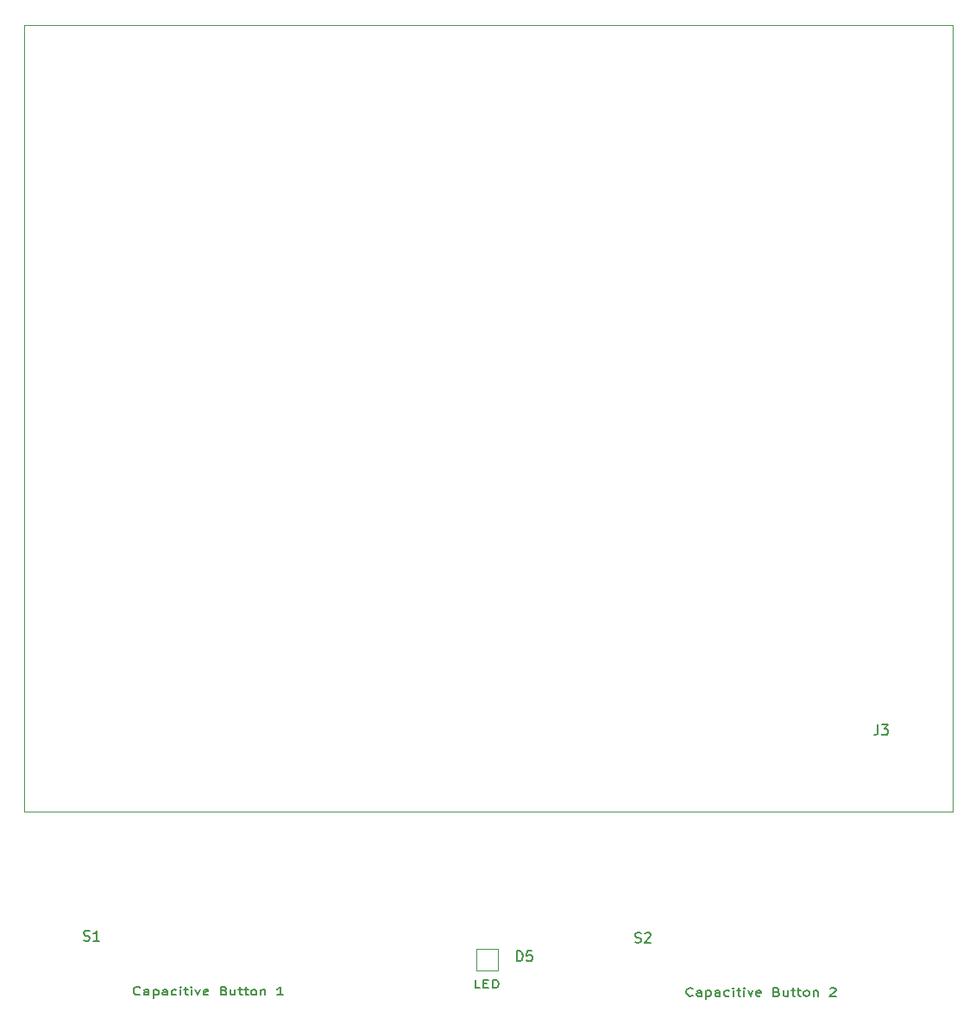
<source format=gto>
G04 #@! TF.GenerationSoftware,KiCad,Pcbnew,5.99.0-unknown-c3175b4~100~ubuntu16.04.1*
G04 #@! TF.CreationDate,2020-01-01T10:39:55+05:30*
G04 #@! TF.ProjectId,paperd.ink_final_panel,70617065-7264-42e6-996e-6b5f66696e61,rev?*
G04 #@! TF.SameCoordinates,Original*
G04 #@! TF.FileFunction,Legend,Top*
G04 #@! TF.FilePolarity,Positive*
%FSLAX46Y46*%
G04 Gerber Fmt 4.6, Leading zero omitted, Abs format (unit mm)*
G04 Created by KiCad (PCBNEW 5.99.0-unknown-c3175b4~100~ubuntu16.04.1) date 2020-01-01 10:39:55*
%MOMM*%
%LPD*%
G04 APERTURE LIST*
%ADD10C,0.152400*%
%ADD11C,0.120000*%
%ADD12C,0.150000*%
G04 APERTURE END LIST*
D10*
X147217142Y-157097695D02*
X146740952Y-157097695D01*
X146740952Y-156284895D01*
X147550476Y-156671942D02*
X147883809Y-156671942D01*
X148026666Y-157097695D02*
X147550476Y-157097695D01*
X147550476Y-156284895D01*
X148026666Y-156284895D01*
X148455238Y-157097695D02*
X148455238Y-156284895D01*
X148693333Y-156284895D01*
X148836190Y-156323600D01*
X148931428Y-156401009D01*
X148979047Y-156478419D01*
X149026666Y-156633238D01*
X149026666Y-156749352D01*
X148979047Y-156904171D01*
X148931428Y-156981580D01*
X148836190Y-157058990D01*
X148693333Y-157097695D01*
X148455238Y-157097695D01*
X168075714Y-157820285D02*
X168028095Y-157858990D01*
X167885238Y-157897695D01*
X167790000Y-157897695D01*
X167647142Y-157858990D01*
X167551904Y-157781580D01*
X167504285Y-157704171D01*
X167456666Y-157549352D01*
X167456666Y-157433238D01*
X167504285Y-157278419D01*
X167551904Y-157201009D01*
X167647142Y-157123600D01*
X167790000Y-157084895D01*
X167885238Y-157084895D01*
X168028095Y-157123600D01*
X168075714Y-157162304D01*
X168932857Y-157897695D02*
X168932857Y-157471942D01*
X168885238Y-157394533D01*
X168790000Y-157355828D01*
X168599523Y-157355828D01*
X168504285Y-157394533D01*
X168932857Y-157858990D02*
X168837619Y-157897695D01*
X168599523Y-157897695D01*
X168504285Y-157858990D01*
X168456666Y-157781580D01*
X168456666Y-157704171D01*
X168504285Y-157626761D01*
X168599523Y-157588057D01*
X168837619Y-157588057D01*
X168932857Y-157549352D01*
X169409047Y-157355828D02*
X169409047Y-158168628D01*
X169409047Y-157394533D02*
X169504285Y-157355828D01*
X169694761Y-157355828D01*
X169790000Y-157394533D01*
X169837619Y-157433238D01*
X169885238Y-157510647D01*
X169885238Y-157742876D01*
X169837619Y-157820285D01*
X169790000Y-157858990D01*
X169694761Y-157897695D01*
X169504285Y-157897695D01*
X169409047Y-157858990D01*
X170742380Y-157897695D02*
X170742380Y-157471942D01*
X170694761Y-157394533D01*
X170599523Y-157355828D01*
X170409047Y-157355828D01*
X170313809Y-157394533D01*
X170742380Y-157858990D02*
X170647142Y-157897695D01*
X170409047Y-157897695D01*
X170313809Y-157858990D01*
X170266190Y-157781580D01*
X170266190Y-157704171D01*
X170313809Y-157626761D01*
X170409047Y-157588057D01*
X170647142Y-157588057D01*
X170742380Y-157549352D01*
X171647142Y-157858990D02*
X171551904Y-157897695D01*
X171361428Y-157897695D01*
X171266190Y-157858990D01*
X171218571Y-157820285D01*
X171170952Y-157742876D01*
X171170952Y-157510647D01*
X171218571Y-157433238D01*
X171266190Y-157394533D01*
X171361428Y-157355828D01*
X171551904Y-157355828D01*
X171647142Y-157394533D01*
X172075714Y-157897695D02*
X172075714Y-157355828D01*
X172075714Y-157084895D02*
X172028095Y-157123600D01*
X172075714Y-157162304D01*
X172123333Y-157123600D01*
X172075714Y-157084895D01*
X172075714Y-157162304D01*
X172409047Y-157355828D02*
X172790000Y-157355828D01*
X172551904Y-157084895D02*
X172551904Y-157781580D01*
X172599523Y-157858990D01*
X172694761Y-157897695D01*
X172790000Y-157897695D01*
X173123333Y-157897695D02*
X173123333Y-157355828D01*
X173123333Y-157084895D02*
X173075714Y-157123600D01*
X173123333Y-157162304D01*
X173170952Y-157123600D01*
X173123333Y-157084895D01*
X173123333Y-157162304D01*
X173504285Y-157355828D02*
X173742380Y-157897695D01*
X173980476Y-157355828D01*
X174742380Y-157858990D02*
X174647142Y-157897695D01*
X174456666Y-157897695D01*
X174361428Y-157858990D01*
X174313809Y-157781580D01*
X174313809Y-157471942D01*
X174361428Y-157394533D01*
X174456666Y-157355828D01*
X174647142Y-157355828D01*
X174742380Y-157394533D01*
X174790000Y-157471942D01*
X174790000Y-157549352D01*
X174313809Y-157626761D01*
X176313809Y-157471942D02*
X176456666Y-157510647D01*
X176504285Y-157549352D01*
X176551904Y-157626761D01*
X176551904Y-157742876D01*
X176504285Y-157820285D01*
X176456666Y-157858990D01*
X176361428Y-157897695D01*
X175980476Y-157897695D01*
X175980476Y-157084895D01*
X176313809Y-157084895D01*
X176409047Y-157123600D01*
X176456666Y-157162304D01*
X176504285Y-157239714D01*
X176504285Y-157317123D01*
X176456666Y-157394533D01*
X176409047Y-157433238D01*
X176313809Y-157471942D01*
X175980476Y-157471942D01*
X177409047Y-157355828D02*
X177409047Y-157897695D01*
X176980476Y-157355828D02*
X176980476Y-157781580D01*
X177028095Y-157858990D01*
X177123333Y-157897695D01*
X177266190Y-157897695D01*
X177361428Y-157858990D01*
X177409047Y-157820285D01*
X177742380Y-157355828D02*
X178123333Y-157355828D01*
X177885238Y-157084895D02*
X177885238Y-157781580D01*
X177932857Y-157858990D01*
X178028095Y-157897695D01*
X178123333Y-157897695D01*
X178313809Y-157355828D02*
X178694761Y-157355828D01*
X178456666Y-157084895D02*
X178456666Y-157781580D01*
X178504285Y-157858990D01*
X178599523Y-157897695D01*
X178694761Y-157897695D01*
X179170952Y-157897695D02*
X179075714Y-157858990D01*
X179028095Y-157820285D01*
X178980476Y-157742876D01*
X178980476Y-157510647D01*
X179028095Y-157433238D01*
X179075714Y-157394533D01*
X179170952Y-157355828D01*
X179313809Y-157355828D01*
X179409047Y-157394533D01*
X179456666Y-157433238D01*
X179504285Y-157510647D01*
X179504285Y-157742876D01*
X179456666Y-157820285D01*
X179409047Y-157858990D01*
X179313809Y-157897695D01*
X179170952Y-157897695D01*
X179932857Y-157355828D02*
X179932857Y-157897695D01*
X179932857Y-157433238D02*
X179980476Y-157394533D01*
X180075714Y-157355828D01*
X180218571Y-157355828D01*
X180313809Y-157394533D01*
X180361428Y-157471942D01*
X180361428Y-157897695D01*
X181551904Y-157162304D02*
X181599523Y-157123600D01*
X181694761Y-157084895D01*
X181932857Y-157084895D01*
X182028095Y-157123600D01*
X182075714Y-157162304D01*
X182123333Y-157239714D01*
X182123333Y-157317123D01*
X182075714Y-157433238D01*
X181504285Y-157897695D01*
X182123333Y-157897695D01*
X113845714Y-157720285D02*
X113798095Y-157758990D01*
X113655238Y-157797695D01*
X113560000Y-157797695D01*
X113417142Y-157758990D01*
X113321904Y-157681580D01*
X113274285Y-157604171D01*
X113226666Y-157449352D01*
X113226666Y-157333238D01*
X113274285Y-157178419D01*
X113321904Y-157101009D01*
X113417142Y-157023600D01*
X113560000Y-156984895D01*
X113655238Y-156984895D01*
X113798095Y-157023600D01*
X113845714Y-157062304D01*
X114702857Y-157797695D02*
X114702857Y-157371942D01*
X114655238Y-157294533D01*
X114560000Y-157255828D01*
X114369523Y-157255828D01*
X114274285Y-157294533D01*
X114702857Y-157758990D02*
X114607619Y-157797695D01*
X114369523Y-157797695D01*
X114274285Y-157758990D01*
X114226666Y-157681580D01*
X114226666Y-157604171D01*
X114274285Y-157526761D01*
X114369523Y-157488057D01*
X114607619Y-157488057D01*
X114702857Y-157449352D01*
X115179047Y-157255828D02*
X115179047Y-158068628D01*
X115179047Y-157294533D02*
X115274285Y-157255828D01*
X115464761Y-157255828D01*
X115560000Y-157294533D01*
X115607619Y-157333238D01*
X115655238Y-157410647D01*
X115655238Y-157642876D01*
X115607619Y-157720285D01*
X115560000Y-157758990D01*
X115464761Y-157797695D01*
X115274285Y-157797695D01*
X115179047Y-157758990D01*
X116512380Y-157797695D02*
X116512380Y-157371942D01*
X116464761Y-157294533D01*
X116369523Y-157255828D01*
X116179047Y-157255828D01*
X116083809Y-157294533D01*
X116512380Y-157758990D02*
X116417142Y-157797695D01*
X116179047Y-157797695D01*
X116083809Y-157758990D01*
X116036190Y-157681580D01*
X116036190Y-157604171D01*
X116083809Y-157526761D01*
X116179047Y-157488057D01*
X116417142Y-157488057D01*
X116512380Y-157449352D01*
X117417142Y-157758990D02*
X117321904Y-157797695D01*
X117131428Y-157797695D01*
X117036190Y-157758990D01*
X116988571Y-157720285D01*
X116940952Y-157642876D01*
X116940952Y-157410647D01*
X116988571Y-157333238D01*
X117036190Y-157294533D01*
X117131428Y-157255828D01*
X117321904Y-157255828D01*
X117417142Y-157294533D01*
X117845714Y-157797695D02*
X117845714Y-157255828D01*
X117845714Y-156984895D02*
X117798095Y-157023600D01*
X117845714Y-157062304D01*
X117893333Y-157023600D01*
X117845714Y-156984895D01*
X117845714Y-157062304D01*
X118179047Y-157255828D02*
X118560000Y-157255828D01*
X118321904Y-156984895D02*
X118321904Y-157681580D01*
X118369523Y-157758990D01*
X118464761Y-157797695D01*
X118560000Y-157797695D01*
X118893333Y-157797695D02*
X118893333Y-157255828D01*
X118893333Y-156984895D02*
X118845714Y-157023600D01*
X118893333Y-157062304D01*
X118940952Y-157023600D01*
X118893333Y-156984895D01*
X118893333Y-157062304D01*
X119274285Y-157255828D02*
X119512380Y-157797695D01*
X119750476Y-157255828D01*
X120512380Y-157758990D02*
X120417142Y-157797695D01*
X120226666Y-157797695D01*
X120131428Y-157758990D01*
X120083809Y-157681580D01*
X120083809Y-157371942D01*
X120131428Y-157294533D01*
X120226666Y-157255828D01*
X120417142Y-157255828D01*
X120512380Y-157294533D01*
X120560000Y-157371942D01*
X120560000Y-157449352D01*
X120083809Y-157526761D01*
X122083809Y-157371942D02*
X122226666Y-157410647D01*
X122274285Y-157449352D01*
X122321904Y-157526761D01*
X122321904Y-157642876D01*
X122274285Y-157720285D01*
X122226666Y-157758990D01*
X122131428Y-157797695D01*
X121750476Y-157797695D01*
X121750476Y-156984895D01*
X122083809Y-156984895D01*
X122179047Y-157023600D01*
X122226666Y-157062304D01*
X122274285Y-157139714D01*
X122274285Y-157217123D01*
X122226666Y-157294533D01*
X122179047Y-157333238D01*
X122083809Y-157371942D01*
X121750476Y-157371942D01*
X123179047Y-157255828D02*
X123179047Y-157797695D01*
X122750476Y-157255828D02*
X122750476Y-157681580D01*
X122798095Y-157758990D01*
X122893333Y-157797695D01*
X123036190Y-157797695D01*
X123131428Y-157758990D01*
X123179047Y-157720285D01*
X123512380Y-157255828D02*
X123893333Y-157255828D01*
X123655238Y-156984895D02*
X123655238Y-157681580D01*
X123702857Y-157758990D01*
X123798095Y-157797695D01*
X123893333Y-157797695D01*
X124083809Y-157255828D02*
X124464761Y-157255828D01*
X124226666Y-156984895D02*
X124226666Y-157681580D01*
X124274285Y-157758990D01*
X124369523Y-157797695D01*
X124464761Y-157797695D01*
X124940952Y-157797695D02*
X124845714Y-157758990D01*
X124798095Y-157720285D01*
X124750476Y-157642876D01*
X124750476Y-157410647D01*
X124798095Y-157333238D01*
X124845714Y-157294533D01*
X124940952Y-157255828D01*
X125083809Y-157255828D01*
X125179047Y-157294533D01*
X125226666Y-157333238D01*
X125274285Y-157410647D01*
X125274285Y-157642876D01*
X125226666Y-157720285D01*
X125179047Y-157758990D01*
X125083809Y-157797695D01*
X124940952Y-157797695D01*
X125702857Y-157255828D02*
X125702857Y-157797695D01*
X125702857Y-157333238D02*
X125750476Y-157294533D01*
X125845714Y-157255828D01*
X125988571Y-157255828D01*
X126083809Y-157294533D01*
X126131428Y-157371942D01*
X126131428Y-157797695D01*
X127893333Y-157797695D02*
X127321904Y-157797695D01*
X127607619Y-157797695D02*
X127607619Y-156984895D01*
X127512380Y-157101009D01*
X127417142Y-157178419D01*
X127321904Y-157217123D01*
D11*
G04 #@! TO.C,D5*
X146878000Y-153280000D02*
X148978000Y-153280000D01*
X148978000Y-155380000D02*
X148978000Y-153280000D01*
X146878000Y-155380000D02*
X148978000Y-155380000D01*
X146878000Y-155380000D02*
X146878000Y-153280000D01*
G04 #@! TO.C,DS1*
X102456000Y-62680000D02*
X193556000Y-62680000D01*
X193556000Y-62680000D02*
X193556000Y-139780000D01*
X102456000Y-139780000D02*
X193556000Y-139780000D01*
X102456000Y-62680000D02*
X102456000Y-139780000D01*
G04 #@! TO.C,S2*
D12*
X162422095Y-152612761D02*
X162564952Y-152660380D01*
X162803047Y-152660380D01*
X162898285Y-152612761D01*
X162945904Y-152565142D01*
X162993523Y-152469904D01*
X162993523Y-152374666D01*
X162945904Y-152279428D01*
X162898285Y-152231809D01*
X162803047Y-152184190D01*
X162612571Y-152136571D01*
X162517333Y-152088952D01*
X162469714Y-152041333D01*
X162422095Y-151946095D01*
X162422095Y-151850857D01*
X162469714Y-151755619D01*
X162517333Y-151708000D01*
X162612571Y-151660380D01*
X162850666Y-151660380D01*
X162993523Y-151708000D01*
X163374476Y-151755619D02*
X163422095Y-151708000D01*
X163517333Y-151660380D01*
X163755428Y-151660380D01*
X163850666Y-151708000D01*
X163898285Y-151755619D01*
X163945904Y-151850857D01*
X163945904Y-151946095D01*
X163898285Y-152088952D01*
X163326857Y-152660380D01*
X163945904Y-152660380D01*
G04 #@! TO.C,S1*
X108348095Y-152434761D02*
X108490952Y-152482380D01*
X108729047Y-152482380D01*
X108824285Y-152434761D01*
X108871904Y-152387142D01*
X108919523Y-152291904D01*
X108919523Y-152196666D01*
X108871904Y-152101428D01*
X108824285Y-152053809D01*
X108729047Y-152006190D01*
X108538571Y-151958571D01*
X108443333Y-151910952D01*
X108395714Y-151863333D01*
X108348095Y-151768095D01*
X108348095Y-151672857D01*
X108395714Y-151577619D01*
X108443333Y-151530000D01*
X108538571Y-151482380D01*
X108776666Y-151482380D01*
X108919523Y-151530000D01*
X109871904Y-152482380D02*
X109300476Y-152482380D01*
X109586190Y-152482380D02*
X109586190Y-151482380D01*
X109490952Y-151625238D01*
X109395714Y-151720476D01*
X109300476Y-151768095D01*
G04 #@! TO.C,D5*
X150827904Y-154478380D02*
X150827904Y-153478380D01*
X151066000Y-153478380D01*
X151208857Y-153526000D01*
X151304095Y-153621238D01*
X151351714Y-153716476D01*
X151399333Y-153906952D01*
X151399333Y-154049809D01*
X151351714Y-154240285D01*
X151304095Y-154335523D01*
X151208857Y-154430761D01*
X151066000Y-154478380D01*
X150827904Y-154478380D01*
X152304095Y-153478380D02*
X151827904Y-153478380D01*
X151780285Y-153954571D01*
X151827904Y-153906952D01*
X151923142Y-153859333D01*
X152161238Y-153859333D01*
X152256476Y-153906952D01*
X152304095Y-153954571D01*
X152351714Y-154049809D01*
X152351714Y-154287904D01*
X152304095Y-154383142D01*
X152256476Y-154430761D01*
X152161238Y-154478380D01*
X151923142Y-154478380D01*
X151827904Y-154430761D01*
X151780285Y-154383142D01*
G04 #@! TO.C,J3*
X186236666Y-131292380D02*
X186236666Y-132006666D01*
X186189047Y-132149523D01*
X186093809Y-132244761D01*
X185950952Y-132292380D01*
X185855714Y-132292380D01*
X186617619Y-131292380D02*
X187236666Y-131292380D01*
X186903333Y-131673333D01*
X187046190Y-131673333D01*
X187141428Y-131720952D01*
X187189047Y-131768571D01*
X187236666Y-131863809D01*
X187236666Y-132101904D01*
X187189047Y-132197142D01*
X187141428Y-132244761D01*
X187046190Y-132292380D01*
X186760476Y-132292380D01*
X186665238Y-132244761D01*
X186617619Y-132197142D01*
G04 #@! TD*
M02*

</source>
